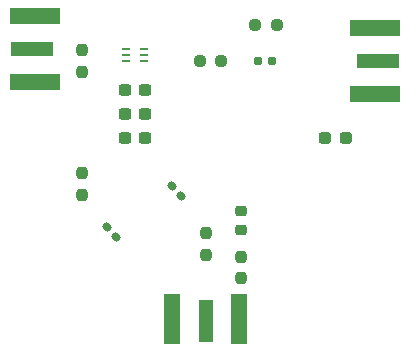
<source format=gbr>
%TF.GenerationSoftware,KiCad,Pcbnew,8.0.2*%
%TF.CreationDate,2025-01-11T01:09:32-03:00*%
%TF.ProjectId,LMH34400,4c4d4833-3434-4303-902e-6b696361645f,rev?*%
%TF.SameCoordinates,Original*%
%TF.FileFunction,Paste,Top*%
%TF.FilePolarity,Positive*%
%FSLAX46Y46*%
G04 Gerber Fmt 4.6, Leading zero omitted, Abs format (unit mm)*
G04 Created by KiCad (PCBNEW 8.0.2) date 2025-01-11 01:09:32*
%MOMM*%
%LPD*%
G01*
G04 APERTURE LIST*
G04 Aperture macros list*
%AMRoundRect*
0 Rectangle with rounded corners*
0 $1 Rounding radius*
0 $2 $3 $4 $5 $6 $7 $8 $9 X,Y pos of 4 corners*
0 Add a 4 corners polygon primitive as box body*
4,1,4,$2,$3,$4,$5,$6,$7,$8,$9,$2,$3,0*
0 Add four circle primitives for the rounded corners*
1,1,$1+$1,$2,$3*
1,1,$1+$1,$4,$5*
1,1,$1+$1,$6,$7*
1,1,$1+$1,$8,$9*
0 Add four rect primitives between the rounded corners*
20,1,$1+$1,$2,$3,$4,$5,0*
20,1,$1+$1,$4,$5,$6,$7,0*
20,1,$1+$1,$6,$7,$8,$9,0*
20,1,$1+$1,$8,$9,$2,$3,0*%
G04 Aperture macros list end*
%ADD10RoundRect,0.237500X0.237500X-0.250000X0.237500X0.250000X-0.237500X0.250000X-0.237500X-0.250000X0*%
%ADD11RoundRect,0.237500X0.287500X0.237500X-0.287500X0.237500X-0.287500X-0.237500X0.287500X-0.237500X0*%
%ADD12R,0.706399X0.229400*%
%ADD13RoundRect,0.237500X-0.250000X-0.237500X0.250000X-0.237500X0.250000X0.237500X-0.250000X0.237500X0*%
%ADD14RoundRect,0.155000X0.259862X-0.040659X-0.040659X0.259862X-0.259862X0.040659X0.040659X-0.259862X0*%
%ADD15RoundRect,0.237500X-0.300000X-0.237500X0.300000X-0.237500X0.300000X0.237500X-0.300000X0.237500X0*%
%ADD16RoundRect,0.218750X0.256250X-0.218750X0.256250X0.218750X-0.256250X0.218750X-0.256250X-0.218750X0*%
%ADD17R,3.600000X1.270000*%
%ADD18R,4.200000X1.350000*%
%ADD19RoundRect,0.155000X-0.212500X-0.155000X0.212500X-0.155000X0.212500X0.155000X-0.212500X0.155000X0*%
%ADD20R,1.270000X3.600000*%
%ADD21R,1.350000X4.200000*%
%ADD22RoundRect,0.237500X-0.237500X0.250000X-0.237500X-0.250000X0.237500X-0.250000X0.237500X0.250000X0*%
G04 APERTURE END LIST*
D10*
%TO.C,JP1*%
X113500000Y-69412500D03*
X113500000Y-67587500D03*
%TD*%
%TO.C,R1*%
X124000000Y-84912500D03*
X124000000Y-83087500D03*
%TD*%
D11*
%TO.C,L1*%
X135875000Y-75000000D03*
X134125000Y-75000000D03*
%TD*%
D12*
%TO.C,U1*%
X117202300Y-67500001D03*
X117202300Y-68000000D03*
X117202300Y-68499999D03*
X118797700Y-68499999D03*
X118797700Y-68000000D03*
X118797700Y-67500001D03*
%TD*%
D13*
%TO.C,R4*%
X123487500Y-68500000D03*
X125312500Y-68500000D03*
%TD*%
D14*
%TO.C,C1*%
X121901283Y-79901283D03*
X121098717Y-79098717D03*
%TD*%
D15*
%TO.C,C4*%
X117137500Y-73000000D03*
X118862500Y-73000000D03*
%TD*%
%TO.C,C3*%
X117137500Y-75000000D03*
X118862500Y-75000000D03*
%TD*%
D13*
%TO.C,R5*%
X128175000Y-65500000D03*
X130000000Y-65500000D03*
%TD*%
D16*
%TO.C,D1*%
X127000000Y-82787500D03*
X127000000Y-81212500D03*
%TD*%
D17*
%TO.C,J2*%
X109300000Y-67500000D03*
D18*
X109500000Y-64675000D03*
X109500000Y-70325000D03*
%TD*%
D19*
%TO.C,C6*%
X128432500Y-68500000D03*
X129567500Y-68500000D03*
%TD*%
D17*
%TO.C,J6*%
X138537500Y-68500000D03*
D18*
X138337500Y-71325000D03*
X138337500Y-65675000D03*
%TD*%
D15*
%TO.C,C5*%
X117137500Y-71000000D03*
X118862500Y-71000000D03*
%TD*%
D14*
%TO.C,C2*%
X116401283Y-83401283D03*
X115598717Y-82598717D03*
%TD*%
D10*
%TO.C,R2*%
X113500000Y-79825000D03*
X113500000Y-78000000D03*
%TD*%
D20*
%TO.C,J1*%
X124000000Y-90537500D03*
D21*
X121175000Y-90337500D03*
X126825000Y-90337500D03*
%TD*%
D22*
%TO.C,R3*%
X127000000Y-85087500D03*
X127000000Y-86912500D03*
%TD*%
M02*

</source>
